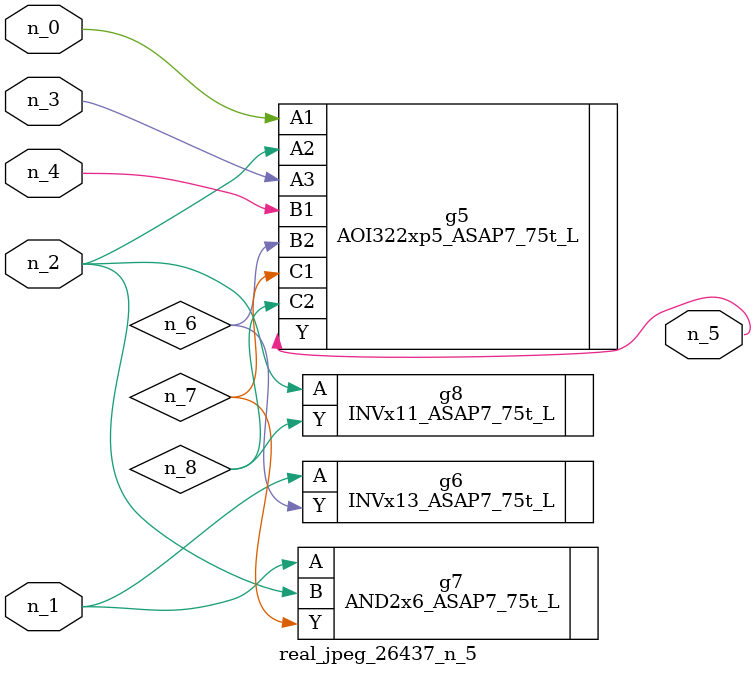
<source format=v>
module real_jpeg_26437_n_5 (n_4, n_0, n_1, n_2, n_3, n_5);

input n_4;
input n_0;
input n_1;
input n_2;
input n_3;

output n_5;

wire n_8;
wire n_6;
wire n_7;

AOI322xp5_ASAP7_75t_L g5 ( 
.A1(n_0),
.A2(n_2),
.A3(n_3),
.B1(n_4),
.B2(n_6),
.C1(n_7),
.C2(n_8),
.Y(n_5)
);

INVx13_ASAP7_75t_L g6 ( 
.A(n_1),
.Y(n_6)
);

AND2x6_ASAP7_75t_L g7 ( 
.A(n_1),
.B(n_2),
.Y(n_7)
);

INVx11_ASAP7_75t_L g8 ( 
.A(n_2),
.Y(n_8)
);


endmodule
</source>
